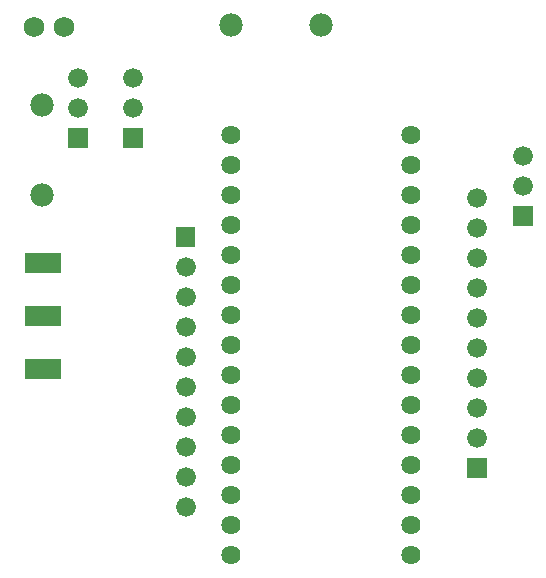
<source format=gbs>
G04 Layer: BottomSolderMaskLayer*
G04 EasyEDA v6.5.1, 2022-03-27 12:15:46*
G04 81ae687aecaa4b249005c4e09973505a,10*
G04 Gerber Generator version 0.2*
G04 Scale: 100 percent, Rotated: No, Reflected: No *
G04 Dimensions in millimeters *
G04 leading zeros omitted , absolute positions ,4 integer and 5 decimal *
%FSLAX45Y45*%
%MOMM*%

%ADD23C,1.6256*%
%ADD24C,1.6764*%
%ADD25R,1.6764X1.6764*%
%ADD26C,1.7526*%
%ADD27C,1.9812*%

%LPD*%
D23*
G01*
X3784600Y4013200D03*
G01*
X3784600Y3759200D03*
G01*
X3784600Y3505200D03*
G01*
X3784600Y3251200D03*
G01*
X3784600Y2997200D03*
G01*
X3784600Y2743200D03*
G01*
X3784600Y2489200D03*
G01*
X3784600Y2235200D03*
G01*
X3784600Y1981200D03*
G01*
X3784600Y1727200D03*
G01*
X3784600Y1473200D03*
G01*
X3784600Y1219200D03*
G01*
X3784600Y965200D03*
G01*
X3784600Y711200D03*
G01*
X3784600Y457200D03*
G01*
X5308600Y457200D03*
G01*
X5308600Y711200D03*
G01*
X5308600Y965200D03*
G01*
X5308600Y1219200D03*
G01*
X5308600Y1473200D03*
G01*
X5308600Y1727200D03*
G01*
X5308600Y1981200D03*
G01*
X5308600Y2235200D03*
G01*
X5308600Y2489200D03*
G01*
X5308600Y2743200D03*
G01*
X5308600Y2997200D03*
G01*
X5308600Y3251200D03*
G01*
X5308600Y3505200D03*
G01*
X5308600Y3759200D03*
G01*
X5308600Y4013200D03*
D24*
G01*
X6261100Y3835400D03*
G01*
X6261100Y3581400D03*
D25*
G01*
X6261100Y3327400D03*
D26*
G01*
X2374900Y4927600D03*
G01*
X2120900Y4927600D03*
D27*
G01*
X4546600Y4940300D03*
G01*
X3784600Y4940300D03*
G01*
X2184400Y4267200D03*
G01*
X2184400Y3505200D03*
G36*
X2041906Y2841497D02*
G01*
X2041906Y3011678D01*
X2352293Y3011678D01*
X2352293Y2841497D01*
G37*
G36*
X2041906Y2391410D02*
G01*
X2041906Y2561589D01*
X2352293Y2561589D01*
X2352293Y2391410D01*
G37*
G36*
X2041906Y1941321D02*
G01*
X2041906Y2111502D01*
X2352293Y2111502D01*
X2352293Y1941321D01*
G37*
D24*
G01*
X2959100Y4495800D03*
G01*
X2959100Y4241800D03*
D25*
G01*
X2959100Y3987800D03*
D24*
G01*
X2489200Y4495800D03*
G01*
X2489200Y4241800D03*
D25*
G01*
X2489200Y3987800D03*
D24*
G01*
X3403600Y863600D03*
G01*
X3403600Y1117600D03*
G01*
X3403600Y1371600D03*
G01*
X3403600Y1625600D03*
G01*
X3403600Y1879600D03*
G01*
X3403600Y2133600D03*
G01*
X3403600Y2387600D03*
G01*
X3403600Y2641600D03*
G01*
X3403600Y2895600D03*
G36*
X3319779Y3065779D02*
G01*
X3319779Y3233420D01*
X3487420Y3233420D01*
X3487420Y3065779D01*
G37*
G01*
X5867400Y3479800D03*
G01*
X5867400Y3225800D03*
G01*
X5867400Y2971800D03*
G01*
X5867400Y2717800D03*
G01*
X5867400Y2463800D03*
G01*
X5867400Y2209800D03*
G01*
X5867400Y1955800D03*
G01*
X5867400Y1701800D03*
G01*
X5867400Y1447800D03*
D25*
G01*
X5867400Y1193800D03*
M02*

</source>
